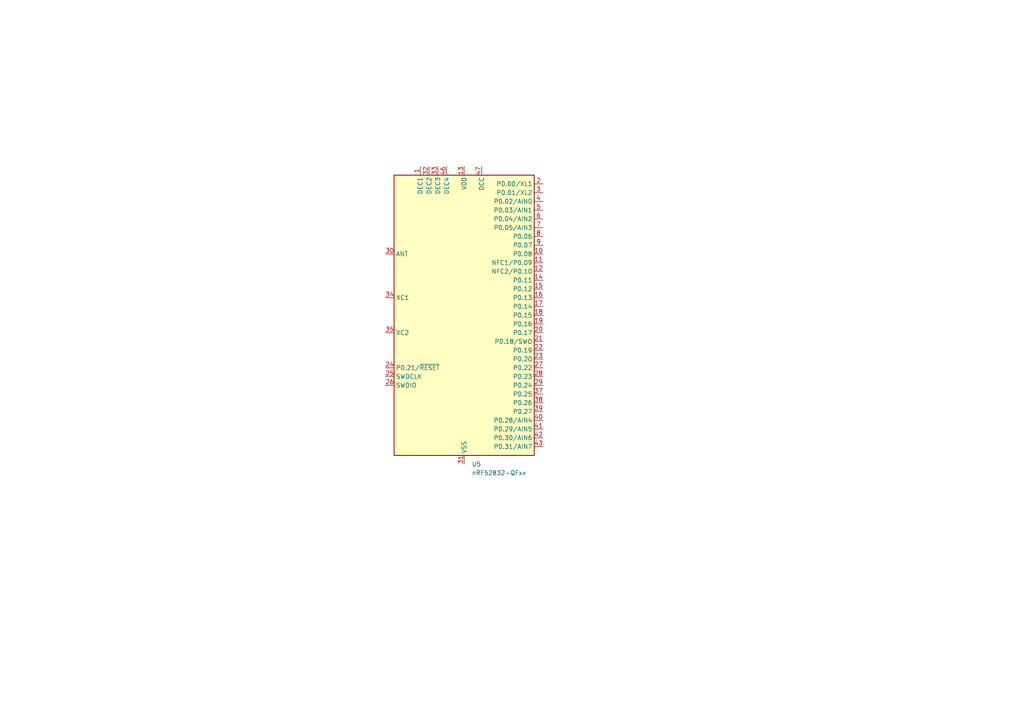
<source format=kicad_sch>
(kicad_sch (version 20240417) (generator "eeschema") (generator_version "8.99")
  (paper "A4")
  (title_block (title "Connectivity") (date "2024-05-09") (company "Kiwi Devices Limited"))
  (lib_symbols
    (symbol "MCU_Nordic:nRF52832-QFxx"
      (property "Reference" "U" (at 0 1.27 0))
      (property "Value" "nRF52832-QFxx" (at 0 -1.27 0))
      (symbol "nRF52832-QFxx_0_1"
        (rectangle (start -20.32 40.64) (end 20.32 -40.64) (stroke (width 0.254)) (fill (type background)))
      )
      (symbol "nRF52832-QFxx_1_1"
        (pin passive line (at -12.7 43.18 270) (length 2.54) (name "DEC1") (number "1"))
        (pin bidirectional line (at 22.86 17.78 180) (length 2.54) (name "P0.08") (number "10"))
        (pin bidirectional line (at 22.86 15.24 180) (length 2.54) (name "NFC1/P0.09") (number "11"))
        (pin bidirectional line (at 22.86 12.7 180) (length 2.54) (name "NFC2/P0.10") (number "12"))
        (pin power_in line (at 0 43.18 270) (length 2.54) (name "VDD") (number "13"))
        (pin bidirectional line (at 22.86 10.16 180) (length 2.54) (name "P0.11") (number "14"))
        (pin bidirectional line (at 22.86 7.62 180) (length 2.54) (name "P0.12") (number "15"))
        (pin bidirectional line (at 22.86 5.08 180) (length 2.54) (name "P0.13") (number "16"))
        (pin bidirectional line (at 22.86 2.54 180) (length 2.54) (name "P0.14") (number "17"))
        (pin bidirectional line (at 22.86 0 180) (length 2.54) (name "P0.15") (number "18"))
        (pin bidirectional line (at 22.86 -2.54 180) (length 2.54) (name "P0.16") (number "19"))
        (pin bidirectional line (at 22.86 38.1 180) (length 2.54) (name "P0.00/XL1") (number "2"))
        (pin bidirectional line (at 22.86 -5.08 180) (length 2.54) (name "P0.17") (number "20"))
        (pin bidirectional line (at 22.86 -7.62 180) (length 2.54) (name "P0.18/SWO") (number "21"))
        (pin bidirectional line (at 22.86 -10.16 180) (length 2.54) (name "P0.19") (number "22"))
        (pin bidirectional line (at 22.86 -12.7 180) (length 2.54) (name "P0.20") (number "23"))
        (pin bidirectional line (at -22.86 -15.24 0) (length 2.54) (name "P0.21/~{RESET}") (number "24"))
        (pin input line (at -22.86 -17.78 0) (length 2.54) (name "SWDCLK") (number "25"))
        (pin bidirectional line (at -22.86 -20.32 0) (length 2.54) (name "SWDIO") (number "26"))
        (pin bidirectional line (at 22.86 -15.24 180) (length 2.54) (name "P0.22") (number "27"))
        (pin bidirectional line (at 22.86 -17.78 180) (length 2.54) (name "P0.23") (number "28"))
        (pin bidirectional line (at 22.86 -20.32 180) (length 2.54) (name "P0.24") (number "29"))
        (pin bidirectional line (at 22.86 35.56 180) (length 2.54) (name "P0.01/XL2") (number "3"))
        (pin passive line (at -22.86 17.78 0) (length 2.54) (name "ANT") (number "30"))
        (pin power_in line (at 0 -43.18 90) (length 2.54) (name "VSS") (number "31"))
        (pin passive line (at -10.16 43.18 270) (length 2.54) (name "DEC2") (number "32"))
        (pin passive line (at -7.62 43.18 270) (length 2.54) (name "DEC3") (number "33"))
        (pin input line (at -22.86 5.08 0) (length 2.54) (name "XC1") (number "34"))
        (pin input line (at -22.86 -5.08 0) (length 2.54) (name "XC2") (number "35"))
        (pin passive line (at 0 43.18 270) (length 2.54) hide (name "VDD") (number "36"))
        (pin bidirectional line (at 22.86 -22.86 180) (length 2.54) (name "P0.25") (number "37"))
        (pin bidirectional line (at 22.86 -25.4 180) (length 2.54) (name "P0.26") (number "38"))
        (pin bidirectional line (at 22.86 -27.94 180) (length 2.54) (name "P0.27") (number "39"))
        (pin bidirectional line (at 22.86 33.02 180) (length 2.54) (name "P0.02/AIN0") (number "4"))
        (pin bidirectional line (at 22.86 -30.48 180) (length 2.54) (name "P0.28/AIN4") (number "40"))
        (pin bidirectional line (at 22.86 -33.02 180) (length 2.54) (name "P0.29/AIN5") (number "41"))
        (pin bidirectional line (at 22.86 -35.56 180) (length 2.54) (name "P0.30/AIN6") (number "42"))
        (pin bidirectional line (at 22.86 -38.1 180) (length 2.54) (name "P0.31/AIN7") (number "43"))
        (pin no_connect line (at -20.32 -30.48 0) (length 2.54) hide (name "NC") (number "44"))
        (pin passive line (at 0 -43.18 90) (length 2.54) hide (name "VSS") (number "45"))
        (pin passive line (at -5.08 43.18 270) (length 2.54) (name "DEC4") (number "46"))
        (pin power_out line (at 5.08 43.18 270) (length 2.54) (name "DCC") (number "47"))
        (pin passive line (at 0 43.18 270) (length 2.54) hide (name "VDD") (number "48"))
        (pin passive line (at 0 -43.18 90) (length 2.54) hide (name "VSS") (number "49"))
        (pin bidirectional line (at 22.86 30.48 180) (length 2.54) (name "P0.03/AIN1") (number "5"))
        (pin bidirectional line (at 22.86 27.94 180) (length 2.54) (name "P0.04/AIN2") (number "6"))
        (pin bidirectional line (at 22.86 25.4 180) (length 2.54) (name "P0.05/AIN3") (number "7"))
        (pin bidirectional line (at 22.86 22.86 180) (length 2.54) (name "P0.06") (number "8"))
        (pin bidirectional line (at 22.86 20.32 180) (length 2.54) (name "P0.07") (number "9"))
      )
    )
  )
  (symbol (lib_id "MCU_Nordic:nRF52832-QFxx") (at 134.62 91.44 0) (unit 1)
    (property "Reference" "U5" (at 136.8141 134.62 0) (effects (justify left)))
    (property "Value" "nRF52832-QFxx" (at 136.8141 137.16 0) (effects (justify left)))
    (property "Footprint" "Package_DFN_QFN:QFN-48-1EP_6x6mm_P0.4mm_EP4.6x4.6mm" (effects (hide yes)))
    (property "Datasheet" "http://infocenter.nordicsemi.com/pdf/nRF52832_PS_v1.4.pdf" (effects (hide yes)))
    (property "Description" "Multiprotocol BLE/2.4GHz Cortex-M4 SoC, QFN-48" (effects (hide yes)))
  )
)
</source>
